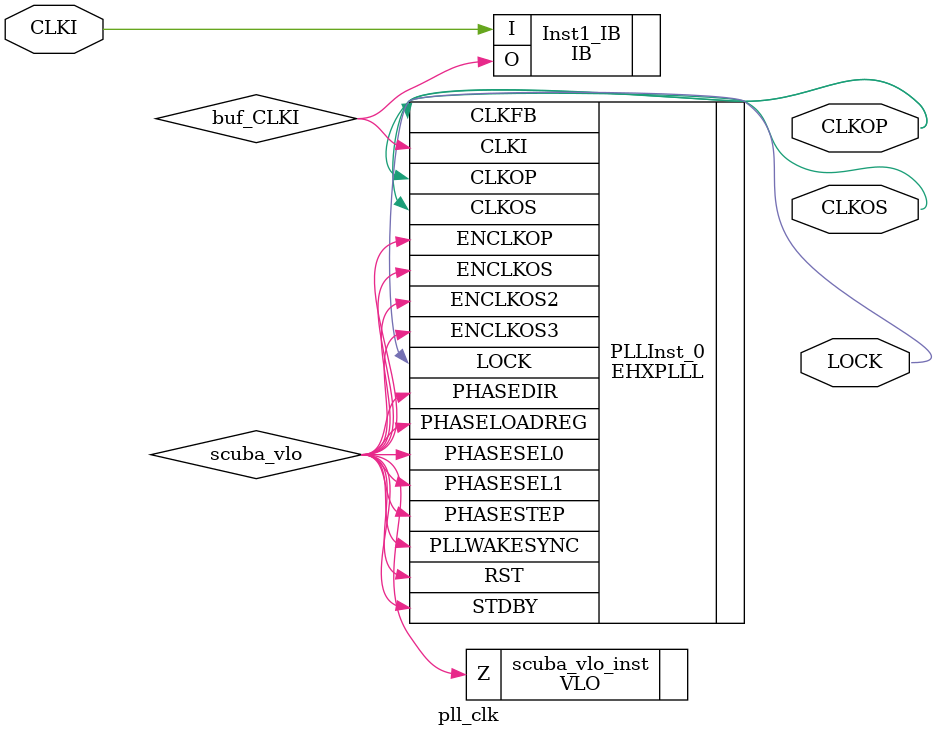
<source format=v>

module pll_clk (CLKI, CLKOP, CLKOS, LOCK) /* synthesis NGD_DRC_MASK=1, syn_module_defined=1 */ ;   // g:/cypress_prj/interlaced_new/interlaced_rtl/compare/hdmi_rx_cypress/hdmi_rx_fhd_cust/ip/ddr_ip/pll_clk/pll_clk.v(8[8:15])
    input CLKI /* synthesis black_box_pad_pin=1 */ ;   // g:/cypress_prj/interlaced_new/interlaced_rtl/compare/hdmi_rx_cypress/hdmi_rx_fhd_cust/ip/ddr_ip/pll_clk/pll_clk.v(9[16:20])
    output CLKOP;   // g:/cypress_prj/interlaced_new/interlaced_rtl/compare/hdmi_rx_cypress/hdmi_rx_fhd_cust/ip/ddr_ip/pll_clk/pll_clk.v(10[17:22])
    output CLKOS;   // g:/cypress_prj/interlaced_new/interlaced_rtl/compare/hdmi_rx_cypress/hdmi_rx_fhd_cust/ip/ddr_ip/pll_clk/pll_clk.v(11[17:22])
    output LOCK;   // g:/cypress_prj/interlaced_new/interlaced_rtl/compare/hdmi_rx_cypress/hdmi_rx_fhd_cust/ip/ddr_ip/pll_clk/pll_clk.v(12[17:21])
    
    wire CLKOP /* synthesis is_clock=1 */ ;   // g:/cypress_prj/interlaced_new/interlaced_rtl/compare/hdmi_rx_cypress/hdmi_rx_fhd_cust/ip/ddr_ip/pll_clk/pll_clk.v(10[17:22])
    wire buf_CLKI /* synthesis is_clock=1 */ ;   // g:/cypress_prj/interlaced_new/interlaced_rtl/compare/hdmi_rx_cypress/hdmi_rx_fhd_cust/ip/ddr_ip/pll_clk/pll_clk.v(17[10:18])
    
    wire scuba_vlo, VCC_net;
    
    VLO scuba_vlo_inst (.Z(scuba_vlo));
    IB Inst1_IB (.I(CLKI), .O(buf_CLKI)) /* synthesis IO_TYPE="LVDS", syn_instantiated=1 */ ;   // g:/cypress_prj/interlaced_new/interlaced_rtl/compare/hdmi_rx_cypress/hdmi_rx_fhd_cust/ip/ddr_ip/pll_clk/pll_clk.v(21[8:41])
    EHXPLLL PLLInst_0 (.CLKI(buf_CLKI), .CLKFB(CLKOP), .PHASESEL0(scuba_vlo), 
            .PHASESEL1(scuba_vlo), .PHASEDIR(scuba_vlo), .PHASESTEP(scuba_vlo), 
            .PHASELOADREG(scuba_vlo), .STDBY(scuba_vlo), .PLLWAKESYNC(scuba_vlo), 
            .RST(scuba_vlo), .ENCLKOP(scuba_vlo), .ENCLKOS(scuba_vlo), 
            .ENCLKOS2(scuba_vlo), .ENCLKOS3(scuba_vlo), .CLKOP(CLKOP), 
            .CLKOS(CLKOS), .LOCK(LOCK)) /* synthesis FREQUENCY_PIN_CLKOS="100.000000", FREQUENCY_PIN_CLKOP="100.000000", FREQUENCY_PIN_CLKI="100.000000", ICP_CURRENT="9", LPF_RESISTOR="72", syn_instantiated=1 */ ;
    defparam PLLInst_0.CLKI_DIV = 1;
    defparam PLLInst_0.CLKFB_DIV = 1;
    defparam PLLInst_0.CLKOP_DIV = 6;
    defparam PLLInst_0.CLKOS_DIV = 6;
    defparam PLLInst_0.CLKOS2_DIV = 1;
    defparam PLLInst_0.CLKOS3_DIV = 1;
    defparam PLLInst_0.CLKOP_ENABLE = "ENABLED";
    defparam PLLInst_0.CLKOS_ENABLE = "ENABLED";
    defparam PLLInst_0.CLKOS2_ENABLE = "DISABLED";
    defparam PLLInst_0.CLKOS3_ENABLE = "DISABLED";
    defparam PLLInst_0.CLKOP_CPHASE = 5;
    defparam PLLInst_0.CLKOS_CPHASE = 5;
    defparam PLLInst_0.CLKOS2_CPHASE = 0;
    defparam PLLInst_0.CLKOS3_CPHASE = 0;
    defparam PLLInst_0.CLKOP_FPHASE = 0;
    defparam PLLInst_0.CLKOS_FPHASE = 0;
    defparam PLLInst_0.CLKOS2_FPHASE = 0;
    defparam PLLInst_0.CLKOS3_FPHASE = 0;
    defparam PLLInst_0.FEEDBK_PATH = "CLKOP";
    defparam PLLInst_0.CLKOP_TRIM_POL = "FALLING";
    defparam PLLInst_0.CLKOP_TRIM_DELAY = 0;
    defparam PLLInst_0.CLKOS_TRIM_POL = "FALLING";
    defparam PLLInst_0.CLKOS_TRIM_DELAY = 0;
    defparam PLLInst_0.OUTDIVIDER_MUXA = "DIVA";
    defparam PLLInst_0.OUTDIVIDER_MUXB = "DIVB";
    defparam PLLInst_0.OUTDIVIDER_MUXC = "DIVC";
    defparam PLLInst_0.OUTDIVIDER_MUXD = "DIVD";
    defparam PLLInst_0.PLL_LOCK_MODE = 2;
    defparam PLLInst_0.PLL_LOCK_DELAY = 200;
    defparam PLLInst_0.STDBY_ENABLE = "DISABLED";
    defparam PLLInst_0.REFIN_RESET = "DISABLED";
    defparam PLLInst_0.SYNC_ENABLE = "DISABLED";
    defparam PLLInst_0.INT_LOCK_STICKY = "ENABLED";
    defparam PLLInst_0.DPHASE_SOURCE = "DISABLED";
    defparam PLLInst_0.PLLRST_ENA = "DISABLED";
    defparam PLLInst_0.INTFB_WAKE = "DISABLED";
    GSR GSR_INST (.GSR(VCC_net));
    PUR PUR_INST (.PUR(VCC_net));
    defparam PUR_INST.RST_PULSE = 1;
    VHI i85 (.Z(VCC_net));
    
endmodule
//
// Verilog Description of module PUR
// module not written out since it is a black-box. 
//


</source>
